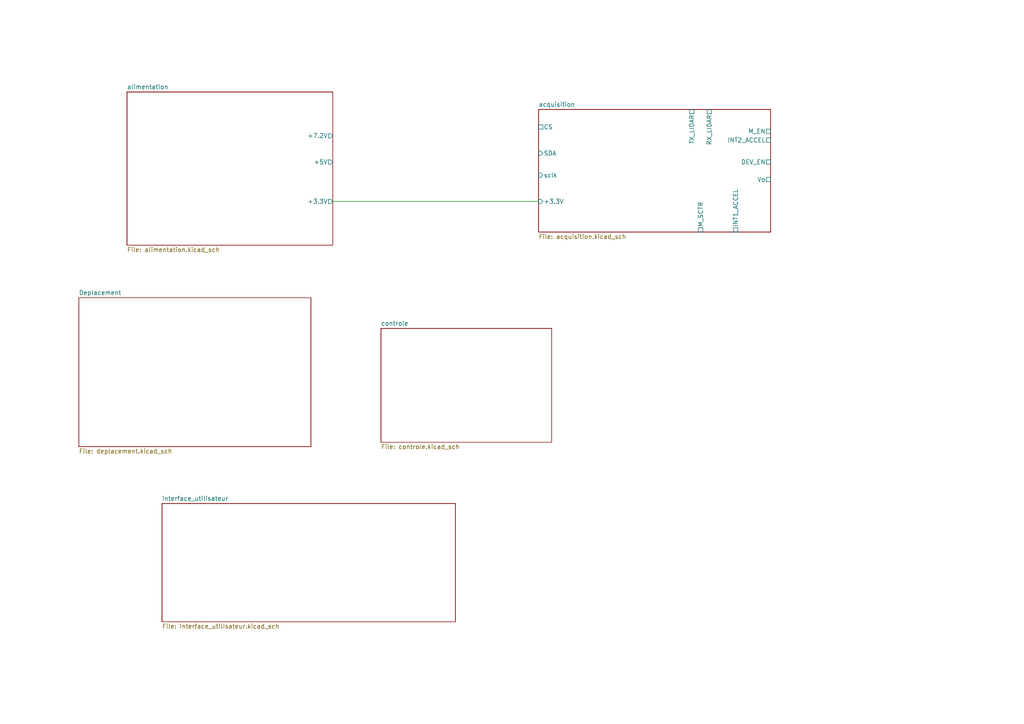
<source format=kicad_sch>
(kicad_sch
	(version 20231120)
	(generator "eeschema")
	(generator_version "8.0")
	(uuid "37e0fdad-f3fd-48e0-8377-111662233a91")
	(paper "A4")
	(lib_symbols)
	(wire
		(pts
			(xy 96.52 58.42) (xy 156.21 58.42)
		)
		(stroke
			(width 0)
			(type default)
		)
		(uuid "08fc87d1-56e0-4a04-a047-d2a1511b43f0")
	)
	(sheet
		(at 22.86 86.36)
		(size 67.31 43.18)
		(fields_autoplaced yes)
		(stroke
			(width 0.1524)
			(type solid)
		)
		(fill
			(color 0 0 0 0.0000)
		)
		(uuid "778527cd-4ba2-44a7-9be0-e348ce68e304")
		(property "Sheetname" "Deplacement"
			(at 22.86 85.6484 0)
			(effects
				(font
					(size 1.27 1.27)
				)
				(justify left bottom)
			)
		)
		(property "Sheetfile" "deplacement.kicad_sch"
			(at 22.86 130.1246 0)
			(effects
				(font
					(size 1.27 1.27)
				)
				(justify left top)
			)
		)
		(instances
			(project "Pojet_V-NOM_KiCAD"
				(path "/37e0fdad-f3fd-48e0-8377-111662233a91"
					(page "3")
				)
			)
		)
	)
	(sheet
		(at 156.21 31.75)
		(size 67.31 35.56)
		(fields_autoplaced yes)
		(stroke
			(width 0.1524)
			(type solid)
		)
		(fill
			(color 0 0 0 0.0000)
		)
		(uuid "8a0e1cc3-b8cc-4980-b1ce-7a1b28674574")
		(property "Sheetname" "acquisition"
			(at 156.21 31.0384 0)
			(effects
				(font
					(size 1.27 1.27)
				)
				(justify left bottom)
			)
		)
		(property "Sheetfile" "acquisition.kicad_sch"
			(at 156.21 67.8946 0)
			(effects
				(font
					(size 1.27 1.27)
				)
				(justify left top)
			)
		)
		(pin "+3.3V" input
			(at 156.21 58.42 180)
			(effects
				(font
					(size 1.27 1.27)
				)
				(justify left)
			)
			(uuid "a56d7f04-750b-47a4-8ecb-8245a3cde989")
		)
		(pin "CS" passive
			(at 156.21 36.83 180)
			(effects
				(font
					(size 1.27 1.27)
				)
				(justify left)
			)
			(uuid "649bb144-2024-474d-adce-e5aef9719f6e")
		)
		(pin "sclk" input
			(at 156.21 50.8 180)
			(effects
				(font
					(size 1.27 1.27)
				)
				(justify left)
			)
			(uuid "13d0e1ee-9967-4755-a414-94c125a3577f")
		)
		(pin "SDA" input
			(at 156.21 44.45 180)
			(effects
				(font
					(size 1.27 1.27)
				)
				(justify left)
			)
			(uuid "77f15d42-9e47-4dfa-8036-2008437464f8")
		)
		(pin "DEV_EN" passive
			(at 223.52 46.99 0)
			(effects
				(font
					(size 1.27 1.27)
				)
				(justify right)
			)
			(uuid "66ad22bc-7004-4692-a39d-4635547c2b13")
		)
		(pin "M_EN" passive
			(at 223.52 38.1 0)
			(effects
				(font
					(size 1.27 1.27)
				)
				(justify right)
			)
			(uuid "42f1780c-faca-4a88-bfdc-7f74a172e452")
		)
		(pin "M_SCTR" passive
			(at 203.2 67.31 270)
			(effects
				(font
					(size 1.27 1.27)
				)
				(justify left)
			)
			(uuid "a9c46ef5-75a3-4c72-b000-54430e03adb0")
		)
		(pin "INT1_ACCEL" passive
			(at 213.36 67.31 270)
			(effects
				(font
					(size 1.27 1.27)
				)
				(justify left)
			)
			(uuid "57f08c2d-f1b0-4bee-b8ca-10e08ef8bbd6")
		)
		(pin "Vo" passive
			(at 223.52 52.07 0)
			(effects
				(font
					(size 1.27 1.27)
				)
				(justify right)
			)
			(uuid "0c0f7c56-723a-456b-b940-c6eaac040040")
		)
		(pin "INT2_ACCEL" passive
			(at 223.52 40.64 0)
			(effects
				(font
					(size 1.27 1.27)
				)
				(justify right)
			)
			(uuid "5e6d5d20-0d3a-444b-9c13-0199824da03e")
		)
		(pin "RX_LIDAR" passive
			(at 205.74 31.75 90)
			(effects
				(font
					(size 1.27 1.27)
				)
				(justify right)
			)
			(uuid "3031dfb7-2923-4563-b19d-dd65a8832663")
		)
		(pin "TX_LIDAR" passive
			(at 200.66 31.75 90)
			(effects
				(font
					(size 1.27 1.27)
				)
				(justify right)
			)
			(uuid "6c145011-f7c1-45fb-8893-548469150d5a")
		)
		(instances
			(project "Pojet_V-NOM_KiCAD"
				(path "/37e0fdad-f3fd-48e0-8377-111662233a91"
					(page "6")
				)
			)
		)
	)
	(sheet
		(at 36.83 26.67)
		(size 59.69 44.45)
		(fields_autoplaced yes)
		(stroke
			(width 0.1524)
			(type solid)
		)
		(fill
			(color 0 0 0 0.0000)
		)
		(uuid "aef3d9b2-029f-4338-91be-d4af664a9426")
		(property "Sheetname" "alimentation"
			(at 36.83 25.9584 0)
			(effects
				(font
					(size 1.27 1.27)
				)
				(justify left bottom)
			)
		)
		(property "Sheetfile" "alimentation.kicad_sch"
			(at 36.83 71.7046 0)
			(effects
				(font
					(size 1.27 1.27)
				)
				(justify left top)
			)
		)
		(pin "+5V" output
			(at 96.52 46.99 0)
			(effects
				(font
					(size 1.27 1.27)
				)
				(justify right)
			)
			(uuid "786c3dfc-588a-49cd-bfa9-a08f4f518a4c")
		)
		(pin "+3.3V" output
			(at 96.52 58.42 0)
			(effects
				(font
					(size 1.27 1.27)
				)
				(justify right)
			)
			(uuid "2b6ea501-d86a-47fa-b156-588b0f1fd279")
		)
		(pin "+7.2V" output
			(at 96.52 39.37 0)
			(effects
				(font
					(size 1.27 1.27)
				)
				(justify right)
			)
			(uuid "032d5c84-6137-473a-9d3c-bb45720582b3")
		)
		(instances
			(project "Pojet_V-NOM_KiCAD"
				(path "/37e0fdad-f3fd-48e0-8377-111662233a91"
					(page "4")
				)
			)
		)
	)
	(sheet
		(at 110.49 95.25)
		(size 49.53 33.02)
		(fields_autoplaced yes)
		(stroke
			(width 0.1524)
			(type solid)
		)
		(fill
			(color 0 0 0 0.0000)
		)
		(uuid "d618a370-a672-4f19-b1d1-7104c075c5ae")
		(property "Sheetname" "controle"
			(at 110.49 94.5384 0)
			(effects
				(font
					(size 1.27 1.27)
				)
				(justify left bottom)
			)
		)
		(property "Sheetfile" "controle.kicad_sch"
			(at 110.49 128.8546 0)
			(effects
				(font
					(size 1.27 1.27)
				)
				(justify left top)
			)
		)
		(instances
			(project "Pojet_V-NOM_KiCAD"
				(path "/37e0fdad-f3fd-48e0-8377-111662233a91"
					(page "2")
				)
			)
		)
	)
	(sheet
		(at 46.99 146.05)
		(size 85.09 34.29)
		(fields_autoplaced yes)
		(stroke
			(width 0.1524)
			(type solid)
		)
		(fill
			(color 0 0 0 0.0000)
		)
		(uuid "e3530ec7-9c0b-4af7-af62-470ecf12c871")
		(property "Sheetname" "interface_utilisateur"
			(at 46.99 145.3384 0)
			(effects
				(font
					(size 1.27 1.27)
				)
				(justify left bottom)
			)
		)
		(property "Sheetfile" "interface_utilisateur.kicad_sch"
			(at 46.99 180.9246 0)
			(effects
				(font
					(size 1.27 1.27)
				)
				(justify left top)
			)
		)
		(instances
			(project "Pojet_V-NOM_KiCAD"
				(path "/37e0fdad-f3fd-48e0-8377-111662233a91"
					(page "5")
				)
			)
		)
	)
	(sheet_instances
		(path "/"
			(page "1")
		)
	)
)

</source>
